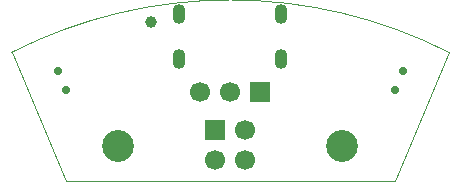
<source format=gbr>
%TF.GenerationSoftware,KiCad,Pcbnew,9.0.5*%
%TF.CreationDate,2025-12-07T22:15:24-05:00*%
%TF.ProjectId,Control_PCB,436f6e74-726f-46c5-9f50-43422e6b6963,rev?*%
%TF.SameCoordinates,Original*%
%TF.FileFunction,Soldermask,Bot*%
%TF.FilePolarity,Negative*%
%FSLAX46Y46*%
G04 Gerber Fmt 4.6, Leading zero omitted, Abs format (unit mm)*
G04 Created by KiCad (PCBNEW 9.0.5) date 2025-12-07 22:15:24*
%MOMM*%
%LPD*%
G01*
G04 APERTURE LIST*
%ADD10C,0.700000*%
%ADD11O,1.100000X1.700000*%
%ADD12C,2.700000*%
%ADD13R,1.700000X1.700000*%
%ADD14C,1.700000*%
%ADD15C,1.000000*%
%TA.AperFunction,Profile*%
%ADD16C,0.100000*%
%TD*%
G04 APERTURE END LIST*
D10*
%TO.C,SW1*%
X163918851Y-66825130D03*
X164615249Y-65165302D03*
%TD*%
D11*
%TO.C,J1*%
X154320000Y-64200000D03*
X154320000Y-60400000D03*
X145680000Y-64200000D03*
X145680000Y-60400000D03*
%TD*%
D12*
%TO.C,REF\u002A\u002A*%
X140500000Y-71500000D03*
%TD*%
%TO.C,REF\u002A\u002A*%
X159500000Y-71500000D03*
%TD*%
D10*
%TO.C,SW2*%
X136081149Y-66825130D03*
X135384751Y-65165302D03*
%TD*%
D13*
%TO.C,J3*%
X152540000Y-67000000D03*
D14*
X150000000Y-67000000D03*
X147460000Y-67000000D03*
%TD*%
D13*
%TO.C,J2*%
X148725000Y-70225000D03*
D14*
X148725000Y-72765000D03*
X151265000Y-70225000D03*
X151265000Y-72765000D03*
%TD*%
D15*
%TO.C,TP1*%
X143300000Y-61000000D03*
%TD*%
D16*
X136047870Y-74500002D02*
X163952131Y-74500000D01*
X163952130Y-74500000D02*
X168518935Y-63615255D01*
X131481065Y-63615255D02*
G75*
G02*
X168518935Y-63615255I18518935J-36384742D01*
G01*
X131481065Y-63615255D02*
X136047870Y-74500000D01*
M02*

</source>
